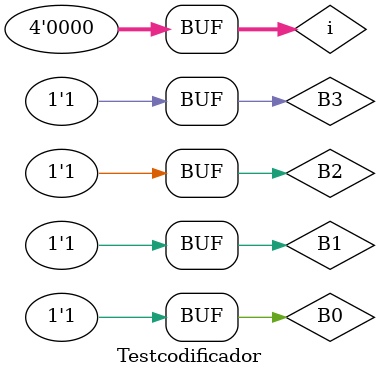
<source format=v>
`timescale 1ns / 1ps


module Testcodificador;

	// Inputs
	reg B0;
	reg B1;
	reg B2;
	reg B3;
	reg[3:0] i;

	// Outputs
	wire a;
	wire b;
	wire c;
	wire d;
	wire e;
	wire f;
	wire g;

	// Instantiate the Unit Under Test (UUT)
	Codificador uut (
		.B0(B0), 
		.B1(B1), 
		.B2(B2), 
		.B3(B3), 
		.a(a), 
		.b(b), 
		.c(c), 
		.d(d), 
		.e(e), 
		.f(f), 
		.g(g)
	);

	initial begin
		// Initialize Inputs
		B0 = 0;
		B1 = 0;
		B2 = 0;
		B3 = 0;

		// Wait 100 ns for global reset to finish
		        
		  for (i=0; i<32; i = i+1) begin
						
		B0 = i[0];
		B1 = i[1];
		B2 = i[2];
		B3 = i[3];
					
		#100;
		
		end
		


	end
      
endmodule


</source>
